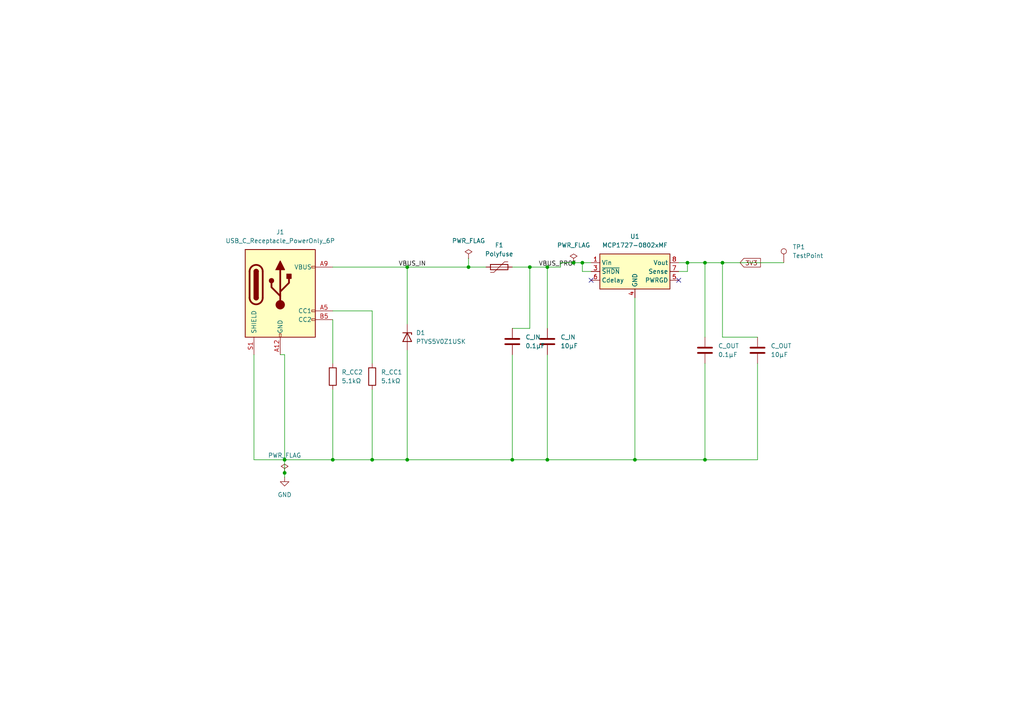
<source format=kicad_sch>
(kicad_sch (version 20250114) (generator "eeschema") (generator_version "9.0")
  (paper "A4")
  (title_block (comment 1 "CI test: touch"))
  (lib_symbols
    (symbol "Connector:TestPoint" (pin_numbers (hide yes)) (pin_names (offset 0.762) (hide yes))
      (property "Reference" "TP" (at 0 6.858 0))
      (property "Value" "TestPoint" (at 0 5.08 0))
      (symbol "TestPoint_0_1"
        (circle (center 0 3.302) (radius 0.762))
      )
      (symbol "TestPoint_1_1"
        (pin passive line (at 0 0 90) (length 2.54) (name "1") (number "1"))
      )
    )
    (symbol "Connector:USB_C_Receptacle_PowerOnly_6P" (pin_names (offset 1.016))
      (property "Reference" "J" (at 0 16.51 0))
      (property "Value" "USB_C_Receptacle_PowerOnly_6P" (at 0 13.97 0))
      (symbol "USB_C_Receptacle_PowerOnly_6P_0_0"
        (rectangle (start -0.254 -12.7) (end 0.254 -11.684))
        (rectangle (start 10.16 7.874) (end 9.144 7.366))
        (rectangle (start 10.16 -4.826) (end 9.144 -5.334))
        (rectangle (start 10.16 -7.366) (end 9.144 -7.874))
      )
      (symbol "USB_C_Receptacle_PowerOnly_6P_0_1"
        (rectangle (start -10.16 12.7) (end 10.16 -12.7) (stroke (width 0.254)) (fill (type background)))
        (polyline (pts (xy -8.89 -1.27) (xy -8.89 6.35)) (stroke (width 0.508)))
        (rectangle (start -7.62 -1.27) (end -6.35 6.35) (stroke (width 0.254)) (fill (type outline)))
        (arc (start -7.62 6.35) (mid -6.985 6.9823) (end -6.35 6.35) (stroke (width 0.254)))
        (arc (start -7.62 6.35) (mid -6.985 6.9823) (end -6.35 6.35) (stroke (width 0.254)) (fill (type outline)))
        (arc (start -8.89 6.35) (mid -6.985 8.2467) (end -5.08 6.35) (stroke (width 0.508)))
        (arc (start -5.08 -1.27) (mid -6.985 -3.1667) (end -8.89 -1.27) (stroke (width 0.508)))
        (arc (start -6.35 -1.27) (mid -6.985 -1.9023) (end -7.62 -1.27) (stroke (width 0.254)))
        (arc (start -6.35 -1.27) (mid -6.985 -1.9023) (end -7.62 -1.27) (stroke (width 0.254)) (fill (type outline)))
        (polyline (pts (xy -5.08 6.35) (xy -5.08 -1.27)) (stroke (width 0.508)))
        (circle (center -2.54 3.683) (radius 0.635) (stroke (width 0.254)) (fill (type outline)))
        (polyline (pts (xy -1.27 6.858) (xy 0 9.398) (xy 1.27 6.858) (xy -1.27 6.858)) (stroke (width 0.254)) (fill (type outline)))
        (polyline (pts (xy 0 0.508) (xy 2.54 3.048) (xy 2.54 4.318)) (stroke (width 0.508)))
        (polyline (pts (xy 0 -0.762) (xy -2.54 1.778) (xy -2.54 3.048)) (stroke (width 0.508)))
        (polyline (pts (xy 0 -3.302) (xy 0 6.858)) (stroke (width 0.508)))
        (circle (center 0 -3.302) (radius 1.27) (fill (type outline)))
        (rectangle (start 1.905 4.318) (end 3.175 5.588) (stroke (width 0.254)) (fill (type outline)))
      )
      (symbol "USB_C_Receptacle_PowerOnly_6P_1_1"
        (pin passive line (at -7.62 -17.78 90) (length 5.08) (name "SHIELD") (number "S1"))
        (pin passive line (at 0 -17.78 90) (length 5.08) (name "GND") (number "A12"))
        (pin passive line (at 0 -17.78 90) (length 5.08) (hide yes) (name "GND") (number "B12"))
        (pin passive line (at 15.24 7.62 180) (length 5.08) (name "VBUS") (number "A9"))
        (pin passive line (at 15.24 7.62 180) (length 5.08) (hide yes) (name "VBUS") (number "B9"))
        (pin bidirectional line (at 15.24 -5.08 180) (length 5.08) (name "CC1") (number "A5"))
        (pin bidirectional line (at 15.24 -7.62 180) (length 5.08) (name "CC2") (number "B5"))
      )
    )
    (symbol "Device:C" (pin_numbers (hide yes)) (pin_names (offset 0.254))
      (property "Reference" "C" (at 0.635 2.54 0))
      (property "Value" "C" (at 0.635 -2.54 0))
      (symbol "C_0_1"
        (polyline (pts (xy -2.032 0.762) (xy 2.032 0.762)) (stroke (width 0.508)))
        (polyline (pts (xy -2.032 -0.762) (xy 2.032 -0.762)) (stroke (width 0.508)))
      )
      (symbol "C_1_1"
        (pin passive line (at 0 3.81 270) (length 2.794) (name "~") (number "1"))
        (pin passive line (at 0 -3.81 90) (length 2.794) (name "~") (number "2"))
      )
    )
    (symbol "Device:Polyfuse" (pin_numbers (hide yes)) (pin_names (offset 0))
      (property "Reference" "F" (at -2.54 0 90))
      (property "Value" "Polyfuse" (at 2.54 0 90))
      (symbol "Polyfuse_0_1"
        (polyline (pts (xy -1.524 2.54) (xy -1.524 1.524) (xy 1.524 -1.524) (xy 1.524 -2.54)))
        (rectangle (start -0.762 2.54) (end 0.762 -2.54) (stroke (width 0.254)))
        (polyline (pts (xy 0 2.54) (xy 0 -2.54)))
      )
      (symbol "Polyfuse_1_1"
        (pin passive line (at 0 3.81 270) (length 1.27) (name "~") (number "1"))
        (pin passive line (at 0 -3.81 90) (length 1.27) (name "~") (number "2"))
      )
    )
    (symbol "Device:R" (pin_numbers (hide yes)) (pin_names (offset 0))
      (property "Reference" "R" (at 2.032 0 90))
      (property "Value" "R" (at 0 0 90))
      (symbol "R_0_1"
        (rectangle (start -1.016 -2.54) (end 1.016 2.54) (stroke (width 0.254)))
      )
      (symbol "R_1_1"
        (pin passive line (at 0 3.81 270) (length 1.27) (name "~") (number "1"))
        (pin passive line (at 0 -3.81 90) (length 1.27) (name "~") (number "2"))
      )
    )
    (symbol "Diode:PTVS5V0Z1USK" (pin_numbers (hide yes)) (pin_names (hide yes))
      (property "Reference" "D" (at 0 2.54 0))
      (property "Value" "PTVS5V0Z1USK" (at 0 -2.54 0))
      (symbol "PTVS5V0Z1USK_0_1"
        (polyline (pts (xy -1.27 -1.27) (xy -1.27 1.27) (xy -0.762 1.27)) (stroke (width 0.254)))
        (polyline (pts (xy 1.27 0) (xy -1.27 0)))
        (polyline (pts (xy 1.27 -1.27) (xy 1.27 1.27) (xy -1.27 0) (xy 1.27 -1.27)) (stroke (width 0.254)))
      )
      (symbol "PTVS5V0Z1USK_1_1"
        (pin passive line (at -3.81 0 0) (length 2.54) (name "K") (number "1"))
        (pin passive line (at 3.81 0 180) (length 2.54) (name "A") (number "2"))
      )
    )
    (symbol "Regulator_Linear:MCP1727-0802xMF"
      (property "Reference" "U" (at -8.89 6.35 0))
      (property "Value" "MCP1727-0802xMF" (at 5.08 6.35 0))
      (symbol "MCP1727-0802xMF_0_0"
        (pin input line (at -12.7 -2.54 0) (length 2.54) (name "Cdelay") (number "6"))
        (pin power_out line (at 12.7 2.54 180) (length 2.54) (name "Vout") (number "8"))
        (pin input line (at 12.7 0 180) (length 2.54) (name "Sense") (number "7"))
        (pin open_collector line (at 12.7 -2.54 180) (length 2.54) (name "PWRGD") (number "5"))
      )
      (symbol "MCP1727-0802xMF_0_1"
        (rectangle (start -10.16 5.08) (end 10.16 -5.08) (stroke (width 0.254)) (fill (type background)))
      )
      (symbol "MCP1727-0802xMF_1_1"
        (pin power_in line (at -12.7 2.54 0) (length 2.54) (name "Vin") (number "1"))
        (pin passive line (at -12.7 2.54 0) (length 2.54) (hide yes) (name "Vin") (number "2"))
        (pin input line (at -12.7 0 0) (length 2.54) (name "~{SHDN}") (number "3"))
        (pin power_in line (at 0 -7.62 90) (length 2.54) (name "GND") (number "4"))
        (pin passive line (at 0 -7.62 90) (length 2.54) (hide yes) (name "GND") (number "9"))
      )
    )
    (symbol "power:GND" (power) (pin_numbers (hide yes)) (pin_names (offset 0) (hide yes))
      (property "Value" "GND" (at 0 -3.81 0))
      (symbol "GND_0_1"
        (polyline (pts (xy 0 0) (xy 0 -1.27) (xy 1.27 -1.27) (xy 0 -2.54) (xy -1.27 -1.27) (xy 0 -1.27)))
      )
      (symbol "GND_1_1"
        (pin power_in line (at 0 0 270) (length 0) (name "~") (number "1"))
      )
    )
    (symbol "power:PWR_FLAG" (power) (pin_numbers (hide yes)) (pin_names (offset 0) (hide yes))
      (property "Value" "PWR_FLAG" (at 0 3.81 0))
      (symbol "PWR_FLAG_0_0"
        (pin power_out line (at 0 0 90) (length 0) (name "~") (number "1"))
      )
      (symbol "PWR_FLAG_0_1"
        (polyline (pts (xy 0 0) (xy 0 1.27) (xy -1.016 1.905) (xy 0 2.54) (xy 1.016 1.905) (xy 0 1.27)))
      )
    )
  )
  (junction (at 118.11 133.35))
  (junction (at 148.59 133.35))
  (junction (at 135.89 77.47))
  (junction (at 158.75 133.35))
  (junction (at 158.75 77.47))
  (junction (at 153.67 77.47))
  (junction (at 107.95 133.35))
  (junction (at 82.55 137.16))
  (junction (at 199.39 76.2))
  (junction (at 166.37 76.2))
  (junction (at 96.52 133.35))
  (junction (at 82.55 133.35))
  (junction (at 204.47 133.35))
  (junction (at 204.47 76.2))
  (junction (at 184.15 133.35))
  (junction (at 209.55 76.2))
  (junction (at 118.11 77.47))
  (junction (at 168.91 76.2))
  (no_connect (at 171.45 81.28))
  (no_connect (at 196.85 81.28))
  (wire (pts (xy 153.67 77.47) (xy 158.75 77.47)))
  (wire (pts (xy 135.89 77.47) (xy 140.97 77.47)))
  (wire (pts (xy 209.55 97.79) (xy 219.71 97.79)))
  (wire (pts (xy 73.66 133.35) (xy 82.55 133.35)))
  (wire (pts (xy 171.45 78.74) (xy 168.91 78.74)))
  (wire (pts (xy 204.47 133.35) (xy 219.71 133.35)))
  (wire (pts (xy 107.95 113.03) (xy 107.95 133.35)))
  (wire (pts (xy 184.15 133.35) (xy 204.47 133.35)))
  (wire (pts (xy 148.59 77.47) (xy 153.67 77.47)))
  (wire (pts (xy 82.55 133.35) (xy 96.52 133.35)))
  (wire (pts (xy 148.59 102.87) (xy 148.59 133.35)))
  (wire (pts (xy 199.39 76.2) (xy 199.39 78.74)))
  (wire (pts (xy 96.52 113.03) (xy 96.52 133.35)))
  (wire (pts (xy 96.52 90.17) (xy 107.95 90.17)))
  (wire (pts (xy 82.55 137.16) (xy 82.55 138.43)))
  (wire (pts (xy 184.15 86.36) (xy 184.15 133.35)))
  (wire (pts (xy 204.47 76.2) (xy 204.47 97.79)))
  (wire (pts (xy 96.52 77.47) (xy 118.11 77.47)))
  (wire (pts (xy 162.56 76.2) (xy 166.37 76.2)))
  (wire (pts (xy 82.55 102.87) (xy 82.55 133.35)))
  (wire (pts (xy 135.89 74.93) (xy 135.89 77.47)))
  (wire (pts (xy 199.39 78.74) (xy 196.85 78.74)))
  (wire (pts (xy 204.47 105.41) (xy 204.47 133.35)))
  (wire (pts (xy 209.55 76.2) (xy 209.55 97.79)))
  (wire (pts (xy 209.55 76.2) (xy 227.33 76.2)))
  (wire (pts (xy 96.52 133.35) (xy 107.95 133.35)))
  (wire (pts (xy 107.95 90.17) (xy 107.95 105.41)))
  (wire (pts (xy 118.11 133.35) (xy 148.59 133.35)))
  (wire (pts (xy 118.11 77.47) (xy 118.11 93.98)))
  (wire (pts (xy 168.91 78.74) (xy 168.91 76.2)))
  (wire (pts (xy 219.71 105.41) (xy 219.71 133.35)))
  (wire (pts (xy 82.55 133.35) (xy 82.55 137.16)))
  (wire (pts (xy 158.75 102.87) (xy 158.75 133.35)))
  (wire (pts (xy 204.47 76.2) (xy 209.55 76.2)))
  (wire (pts (xy 118.11 77.47) (xy 135.89 77.47)))
  (wire (pts (xy 153.67 77.47) (xy 153.67 95.25)))
  (wire (pts (xy 73.66 102.87) (xy 73.66 133.35)))
  (wire (pts (xy 158.75 77.47) (xy 162.56 77.47)))
  (wire (pts (xy 118.11 101.6) (xy 118.11 133.35)))
  (wire (pts (xy 162.56 77.47) (xy 162.56 76.2)))
  (wire (pts (xy 199.39 76.2) (xy 204.47 76.2)))
  (wire (pts (xy 168.91 76.2) (xy 171.45 76.2)))
  (wire (pts (xy 153.67 95.25) (xy 148.59 95.25)))
  (wire (pts (xy 158.75 133.35) (xy 184.15 133.35)))
  (wire (pts (xy 148.59 133.35) (xy 158.75 133.35)))
  (wire (pts (xy 196.85 76.2) (xy 199.39 76.2)))
  (wire (pts (xy 107.95 133.35) (xy 118.11 133.35)))
  (wire (pts (xy 82.55 102.87) (xy 81.28 102.87)))
  (wire (pts (xy 158.75 77.47) (xy 158.75 95.25)))
  (wire (pts (xy 166.37 76.2) (xy 168.91 76.2)))
  (wire (pts (xy 96.52 92.71) (xy 96.52 105.41)))
  (label "VBUS_IN" (at 115.57 77.47 0))
  (label "VBUS_PROT" (at 156.21 77.47 0))
  (global_label "3V3" (shape input) (at 214.63 76.2 0) (property "Intersheetrefs" "${INTERSHEET_REFS}" (effects (hide yes))))
  (symbol (lib_id "Regulator_Linear:MCP1727-0802xMF") (at 184.15 78.74 0) (unit 1)
    (property "Reference" "U1" (at 184.15 68.58 0))
    (property "Value" "MCP1727-0802xMF" (at 184.15 71.12 0))
    (property "Footprint" "Package_DFN_QFN:DFN-8-1EP_3x3mm_P0.65mm_EP1.55x2.4mm" (effects (hide yes)))
    (property "Datasheet" "https://ww1.microchip.com/downloads/aemtest/APID/ProductDocuments/DataSheets/MCP1727-1.5A-Low-Voltage-Low-Quiescent-Current-LDO-Regulator-20001999D.pdf" (effects (hide yes)))
    (property "Description" "1.5A, Low Voltage, Low Quiescent Current LDO Regulator, 2.3 - 6V Input, Fixed 0.8V Output, 330mV Dropout, DFN-8" (effects (hide yes)))
  )
  (symbol (lib_id "power:PWR_FLAG") (at 135.89 74.93 0) (unit 1)
    (property "Reference" "#FLG01" (effects (hide yes)))
    (property "Value" "PWR_FLAG" (at 135.89 69.85 0))
    (property "Description" "Special symbol for telling ERC where power comes from" (effects (hide yes)))
  )
  (symbol (lib_id "Diode:PTVS5V0Z1USK") (at 118.11 97.79 270) (unit 1)
    (property "Reference" "D1" (at 120.65 96.5199 90) (effects (justify left)))
    (property "Value" "PTVS5V0Z1USK" (at 120.65 99.0599 90) (effects (justify left)))
    (property "Footprint" "Diode_SMD:Nexperia_DSN1608-2_1.6x0.8mm" (effects (hide yes)))
    (property "Datasheet" "https://assets.nexperia.com/documents/data-sheet/PTVS5V0Z1USK.pdf" (effects (hide yes)))
    (property "Description" "5V, 1200W TVS unidirectional diode, DSN1608-2" (effects (hide yes)))
  )
  (symbol (lib_id "Device:R") (at 96.52 109.22 0) (unit 1)
    (property "Reference" "R_CC2" (at 99.06 107.9499 0) (effects (justify left)))
    (property "Value" "5.1kΩ" (at 99.06 110.4899 0) (effects (justify left)))
    (property "Description" "Resistor" (effects (hide yes)))
  )
  (symbol (lib_id "Connector:USB_C_Receptacle_PowerOnly_6P") (at 81.28 85.09 0) (unit 1)
    (property "Reference" "J1" (at 81.28 67.31 0))
    (property "Value" "USB_C_Receptacle_PowerOnly_6P" (at 81.28 69.85 0))
    (property "Datasheet" "https://www.usb.org/sites/default/files/documents/usb_type-c.zip" (effects (hide yes)))
    (property "Description" "USB Power-Only 6P Type-C Receptacle connector" (effects (hide yes)))
  )
  (symbol (lib_id "Device:C") (at 204.47 101.6 0) (unit 1)
    (property "Reference" "C_OUT" (at 208.28 100.3299 0) (effects (justify left)))
    (property "Value" "0.1μF" (at 208.28 102.8699 0) (effects (justify left)))
    (property "Description" "Unpolarized capacitor" (effects (hide yes)))
  )
  (symbol (lib_id "power:PWR_FLAG") (at 82.55 137.16 0) (unit 1)
    (property "Reference" "#FLG03" (effects (hide yes)))
    (property "Value" "PWR_FLAG" (at 82.55 132.08 0))
    (property "Description" "Special symbol for telling ERC where power comes from" (effects (hide yes)))
  )
  (symbol (lib_id "power:GND") (at 82.55 138.43 0) (unit 1)
    (property "Reference" "#PWR01" (effects (hide yes)))
    (property "Value" "GND" (at 82.55 143.51 0))
    (property "Description" "Power symbol creates a global label with name \"GND\" , ground" (effects (hide yes)))
  )
  (symbol (lib_id "Device:Polyfuse") (at 144.78 77.47 90) (unit 1)
    (property "Reference" "F1" (at 144.78 71.12 90))
    (property "Value" "Polyfuse" (at 144.78 73.66 90))
    (property "Description" "Resettable fuse, polymeric positive temperature coefficient" (effects (hide yes)))
  )
  (symbol (lib_id "Device:R") (at 107.95 109.22 0) (unit 1)
    (property "Reference" "R_CC1" (at 110.49 107.9499 0) (effects (justify left)))
    (property "Value" "5.1kΩ" (at 110.49 110.4899 0) (effects (justify left)))
    (property "Description" "Resistor" (effects (hide yes)))
  )
  (symbol (lib_id "power:PWR_FLAG") (at 166.37 76.2 0) (unit 1)
    (property "Reference" "#FLG02" (effects (hide yes)))
    (property "Value" "PWR_FLAG" (at 166.37 71.12 0))
    (property "Description" "Special symbol for telling ERC where power comes from" (effects (hide yes)))
  )
  (symbol (lib_id "Device:C") (at 219.71 101.6 0) (unit 1)
    (property "Reference" "C_OUT" (at 223.52 100.3299 0) (effects (justify left)))
    (property "Value" "10μF" (at 223.52 102.8699 0) (effects (justify left)))
    (property "Description" "Unpolarized capacitor" (effects (hide yes)))
  )
  (symbol (lib_id "Device:C") (at 148.59 99.06 0) (unit 1)
    (property "Reference" "C_IN" (at 152.4 97.7899 0) (effects (justify left)))
    (property "Value" "0.1μF" (at 152.4 100.3299 0) (effects (justify left)))
    (property "Description" "Unpolarized capacitor" (effects (hide yes)))
  )
  (symbol (lib_id "Connector:TestPoint") (at 227.33 76.2 0) (unit 1)
    (property "Reference" "TP1" (at 229.87 71.6279 0) (effects (justify left)))
    (property "Value" "TestPoint" (at 229.87 74.1679 0) (effects (justify left)))
    (property "Description" "test point" (effects (hide yes)))
  )
  (symbol (lib_id "Device:C") (at 158.75 99.06 0) (unit 1)
    (property "Reference" "C_IN" (at 162.56 97.7899 0) (effects (justify left)))
    (property "Value" "10μF" (at 162.56 100.3299 0) (effects (justify left)))
    (property "Description" "Unpolarized capacitor" (effects (hide yes)))
  )
)
</source>
